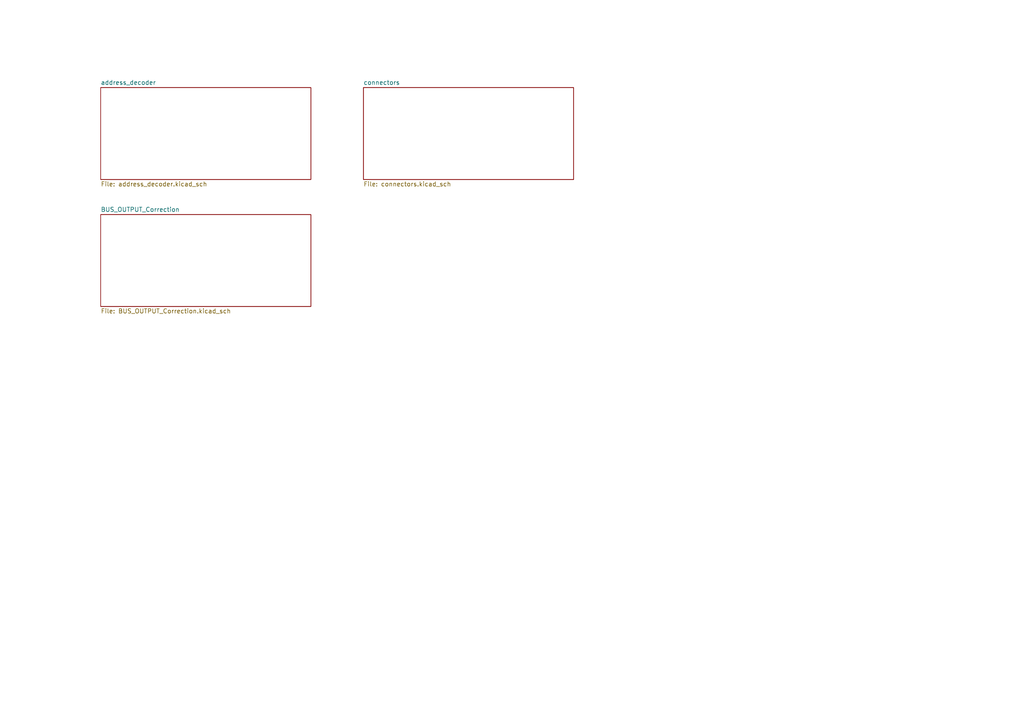
<source format=kicad_sch>
(kicad_sch (version 20211123) (generator eeschema)
  (paper "A4")
  (lib_symbols)
  (sheet (at 105.41 25.4) (size 60.96 26.67) (stroke (width 0.1524))
    (property "Sheet name" "connectors" (at 105.41 24.6884 0) (effects (justify left bottom)))
    (property "Sheet file" "connectors.kicad_sch" (at 105.41 52.6546 0) (effects (justify left top)))
  )
  (sheet (at 29.21 62.23) (size 60.96 26.67) (stroke (width 0.1524))
    (property "Sheet name" "BUS_OUTPUT_Correction" (at 29.21 61.5184 0) (effects (justify left bottom)))
    (property "Sheet file" "BUS_OUTPUT_Correction.kicad_sch" (at 29.21 89.4846 0) (effects (justify left top)))
  )
  (sheet (at 29.21 25.4) (size 60.96 26.67) (stroke (width 0.1524))
    (property "Sheet name" "address_decoder" (at 29.21 24.6884 0) (effects (justify left bottom)))
    (property "Sheet file" "address_decoder.kicad_sch" (at 29.21 52.6546 0) (effects (justify left top)))
  )
)
</source>
